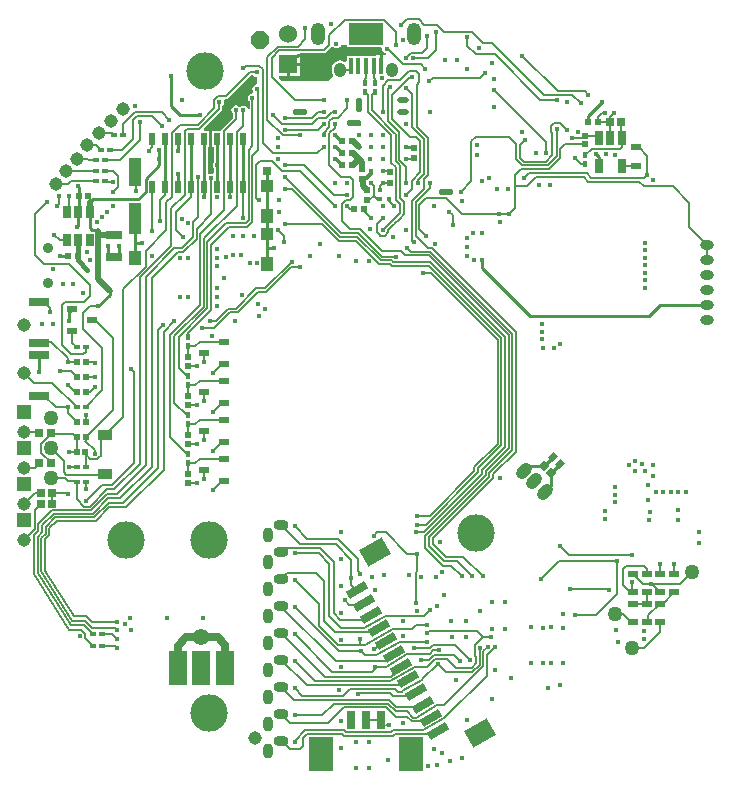
<source format=gbl>
G04 Layer_Physical_Order=4*
G04 Layer_Color=11436288*
%FSAX24Y24*%
%MOIN*%
G70*
G01*
G75*
%ADD10O,0.0500X0.0200*%
%ADD11R,0.0295X0.0276*%
%ADD15C,0.0500*%
%ADD18R,0.0177X0.0197*%
%ADD23R,0.0236X0.0213*%
%ADD24R,0.0177X0.0177*%
%ADD25R,0.0177X0.0177*%
%ADD31R,0.0213X0.0236*%
%ADD36R,0.0360X0.0240*%
%ADD41R,0.0197X0.0177*%
%ADD44R,0.0197X0.0217*%
%ADD45R,0.0197X0.0197*%
G04:AMPARAMS|DCode=52|XSize=55.1mil|YSize=27.6mil|CornerRadius=2.8mil|HoleSize=0mil|Usage=FLASHONLY|Rotation=180.000|XOffset=0mil|YOffset=0mil|HoleType=Round|Shape=RoundedRectangle|*
%AMROUNDEDRECTD52*
21,1,0.0551,0.0220,0,0,180.0*
21,1,0.0496,0.0276,0,0,180.0*
1,1,0.0055,-0.0248,0.0110*
1,1,0.0055,0.0248,0.0110*
1,1,0.0055,0.0248,-0.0110*
1,1,0.0055,-0.0248,-0.0110*
%
%ADD52ROUNDEDRECTD52*%
%ADD64R,0.0217X0.0197*%
%ADD88R,0.0276X0.0256*%
%ADD89C,0.0060*%
%ADD90C,0.0100*%
%ADD92C,0.0200*%
%ADD93C,0.0118*%
%ADD94C,0.0150*%
%ADD95C,0.0250*%
%ADD96C,0.0080*%
%ADD98C,0.1250*%
%ADD99O,0.0450X0.0350*%
G04:AMPARAMS|DCode=100|XSize=40mil|YSize=60mil|CornerRadius=0mil|HoleSize=0mil|Usage=FLASHONLY|Rotation=135.000|XOffset=0mil|YOffset=0mil|HoleType=Round|Shape=Round|*
%AMOVALD100*
21,1,0.0200,0.0400,0.0000,0.0000,225.0*
1,1,0.0400,0.0071,0.0071*
1,1,0.0400,-0.0071,-0.0071*
%
%ADD100OVALD100*%

%ADD101C,0.0450*%
%ADD102C,0.0354*%
%ADD103R,0.0600X0.0600*%
%ADD104C,0.0600*%
%ADD105R,0.0450X0.0450*%
%ADD106P,0.0649X8X22.5*%
%ADD107C,0.0550*%
%ADD108O,0.0500X0.0350*%
%ADD109O,0.0350X0.0500*%
%ADD110O,0.0413X0.0492*%
%ADD111O,0.0472X0.0748*%
%ADD112C,0.0177*%
%ADD113R,0.0276X0.0512*%
%ADD114O,0.0400X0.0200*%
%ADD115R,0.0157X0.0532*%
%ADD116R,0.1142X0.0748*%
%ADD117R,0.0413X0.0941*%
%ADD118R,0.0413X0.0472*%
%ADD119R,0.0413X0.0425*%
%ADD120R,0.0283X0.0307*%
%ADD121R,0.0197X0.0394*%
%ADD122R,0.0256X0.0433*%
%ADD123R,0.0354X0.0236*%
%ADD124R,0.0354X0.0236*%
%ADD125R,0.0669X0.0315*%
%ADD126R,0.0480X0.0358*%
G04:AMPARAMS|DCode=127|XSize=63mil|YSize=86.6mil|CornerRadius=0mil|HoleSize=0mil|Usage=FLASHONLY|Rotation=300.000|XOffset=0mil|YOffset=0mil|HoleType=Round|Shape=Rectangle|*
%AMROTATEDRECTD127*
4,1,4,-0.0533,0.0056,0.0218,0.0489,0.0533,-0.0056,-0.0218,-0.0489,-0.0533,0.0056,0.0*
%
%ADD127ROTATEDRECTD127*%

G04:AMPARAMS|DCode=128|XSize=27.6mil|YSize=70.9mil|CornerRadius=0mil|HoleSize=0mil|Usage=FLASHONLY|Rotation=300.000|XOffset=0mil|YOffset=0mil|HoleType=Round|Shape=Rectangle|*
%AMROTATEDRECTD128*
4,1,4,-0.0376,-0.0058,0.0238,0.0297,0.0376,0.0058,-0.0238,-0.0297,-0.0376,-0.0058,0.0*
%
%ADD128ROTATEDRECTD128*%

%ADD129R,0.0315X0.0630*%
%ADD130R,0.0630X0.1181*%
G04:AMPARAMS|DCode=131|XSize=23.6mil|YSize=21.3mil|CornerRadius=0mil|HoleSize=0mil|Usage=FLASHONLY|Rotation=45.000|XOffset=0mil|YOffset=0mil|HoleType=Round|Shape=Rectangle|*
%AMROTATEDRECTD131*
4,1,4,-0.0008,-0.0159,-0.0159,-0.0008,0.0008,0.0159,0.0159,0.0008,-0.0008,-0.0159,0.0*
%
%ADD131ROTATEDRECTD131*%

G04:AMPARAMS|DCode=132|XSize=25.2mil|YSize=26.8mil|CornerRadius=0mil|HoleSize=0mil|Usage=FLASHONLY|Rotation=45.000|XOffset=0mil|YOffset=0mil|HoleType=Round|Shape=Rectangle|*
%AMROTATEDRECTD132*
4,1,4,0.0006,-0.0184,-0.0184,0.0006,-0.0006,0.0184,0.0184,-0.0006,0.0006,-0.0184,0.0*
%
%ADD132ROTATEDRECTD132*%

%ADD133O,0.0200X0.0500*%
%ADD134R,0.0827X0.1181*%
G36*
X025780Y040155D02*
X025829Y040122D01*
X025887Y040110D01*
Y039863D01*
X025829Y039852D01*
X025780Y039819D01*
X025747Y039770D01*
X025736Y039712D01*
X025747Y039654D01*
X025771Y039618D01*
X025748Y039569D01*
X025741Y039562D01*
X025737Y039563D01*
X025679Y039552D01*
X025630Y039519D01*
X025597Y039470D01*
X025586Y039412D01*
X025597Y039354D01*
X025630Y039305D01*
X025643Y039296D01*
Y039044D01*
X025583Y039038D01*
X025577Y039070D01*
X025544Y039119D01*
X025495Y039152D01*
X025437Y039163D01*
X025379Y039152D01*
X025330Y039119D01*
X025294D01*
X025245Y039152D01*
X025187Y039163D01*
X025129Y039152D01*
X025080Y039119D01*
X025047Y039070D01*
X025036Y039012D01*
X025047Y038954D01*
X025080Y038905D01*
X025093Y038896D01*
Y038759D01*
X024713Y038378D01*
X024692Y038348D01*
X024685Y038312D01*
Y038306D01*
X024404D01*
Y037792D01*
X024448D01*
Y037273D01*
X024423Y037236D01*
X024411Y037178D01*
X024423Y037120D01*
X024448Y037082D01*
Y036918D01*
X024388Y036884D01*
X024345Y036893D01*
X024303Y036884D01*
X024243Y036919D01*
Y037792D01*
X024287D01*
Y038306D01*
X024115D01*
Y038399D01*
X024703Y038987D01*
X024724Y039017D01*
X024731Y039053D01*
Y039146D01*
X024744Y039155D01*
X024777Y039204D01*
X024788Y039262D01*
X024779Y039308D01*
X024811Y039368D01*
X024846D01*
X024881Y039375D01*
X024912Y039395D01*
X025684Y040168D01*
X025771D01*
X025780Y040155D01*
D02*
G37*
G36*
X028897Y041101D02*
X030023D01*
X030061Y041056D01*
X030072Y040998D01*
X030105Y040948D01*
X030154Y040916D01*
X030192Y040908D01*
X030186Y040848D01*
X030089D01*
Y040482D01*
X029989D01*
Y040848D01*
X029861D01*
Y040808D01*
X028877D01*
Y040633D01*
X028817Y040603D01*
X028786Y040627D01*
X028721Y040654D01*
X028652Y040663D01*
X028582Y040654D01*
X028517Y040627D01*
X028461Y040584D01*
X028419Y040528D01*
X028392Y040463D01*
X028383Y040394D01*
Y040315D01*
X028392Y040245D01*
X028419Y040181D01*
X028444Y040147D01*
X028259Y039962D01*
X026719D01*
X026609Y040072D01*
X026632Y040128D01*
X026878D01*
Y040528D01*
X026928D01*
Y040578D01*
X027328D01*
Y040901D01*
X028124D01*
X028160Y040908D01*
X028190Y040928D01*
X028363Y041101D01*
X028390Y041107D01*
X028432Y041106D01*
X028481Y041073D01*
X028539Y041062D01*
X028597Y041073D01*
X028646Y041106D01*
X028679Y041155D01*
X028683Y041174D01*
X028897D01*
Y041101D01*
D02*
G37*
%LPC*%
G36*
X027328Y040478D02*
X026978D01*
Y040128D01*
X027328D01*
Y040478D01*
D02*
G37*
%LPD*%
D10*
X032200Y036272D02*
D03*
X029137Y038562D02*
D03*
X027319Y038949D02*
D03*
D11*
X037650Y038612D02*
D03*
X038024D02*
D03*
D15*
X019028Y028728D02*
D03*
Y027728D02*
D03*
Y026728D02*
D03*
X037837Y022212D02*
D03*
X038387Y021062D02*
D03*
X040387Y023612D02*
D03*
D18*
X036837Y037214D02*
D03*
Y037509D02*
D03*
X029482Y039903D02*
D03*
Y039608D02*
D03*
X029832Y039900D02*
D03*
Y039605D02*
D03*
X023578Y030128D02*
D03*
Y029832D02*
D03*
Y031428D02*
D03*
Y031132D02*
D03*
Y027528D02*
D03*
Y027232D02*
D03*
Y028828D02*
D03*
Y028532D02*
D03*
D23*
Y029491D02*
D03*
Y029169D02*
D03*
Y030791D02*
D03*
Y030468D02*
D03*
Y026891D02*
D03*
Y026569D02*
D03*
Y028191D02*
D03*
Y027868D02*
D03*
X031108Y037733D02*
D03*
Y037410D02*
D03*
X029562Y036012D02*
D03*
Y036335D02*
D03*
D24*
X019615Y036138D02*
D03*
X019300D02*
D03*
X030285Y036038D02*
D03*
X029970D02*
D03*
D25*
X029976Y036036D02*
D03*
Y036351D02*
D03*
D31*
X037248Y038612D02*
D03*
X036926Y038612D02*
D03*
X020269Y036138D02*
D03*
X019946D02*
D03*
X029126Y035701D02*
D03*
X029448D02*
D03*
X019919Y034138D02*
D03*
X019596D02*
D03*
X028732Y037178D02*
D03*
X029055D02*
D03*
X028732Y037965D02*
D03*
X029055D02*
D03*
X028732Y037571D02*
D03*
X029055D02*
D03*
D36*
X038537Y037152D02*
D03*
Y037772D02*
D03*
X038878Y022558D02*
D03*
Y021938D02*
D03*
X039328Y022558D02*
D03*
Y021938D02*
D03*
X038428D02*
D03*
Y022558D02*
D03*
Y023548D02*
D03*
Y022928D02*
D03*
X038878Y023548D02*
D03*
Y022928D02*
D03*
X039328D02*
D03*
Y023548D02*
D03*
X039778Y022928D02*
D03*
Y023548D02*
D03*
D41*
X021130Y038178D02*
D03*
X021425D02*
D03*
X020530Y036628D02*
D03*
X020825D02*
D03*
X020530Y036978D02*
D03*
X020825D02*
D03*
X020530Y037328D02*
D03*
X020825D02*
D03*
X020680Y037678D02*
D03*
X020975D02*
D03*
X020173Y026605D02*
D03*
X019878D02*
D03*
Y027105D02*
D03*
X020173D02*
D03*
X019878Y029105D02*
D03*
X020173D02*
D03*
X020430Y021128D02*
D03*
X020725D02*
D03*
X020432Y021528D02*
D03*
X020728D02*
D03*
X020175Y031105D02*
D03*
X019880D02*
D03*
D44*
X036837Y038159D02*
D03*
Y037864D02*
D03*
D45*
X030309Y036935D02*
D03*
Y036580D02*
D03*
X029385Y037059D02*
D03*
Y036705D02*
D03*
D52*
X021119Y034852D02*
D03*
Y034104D02*
D03*
D64*
X020172Y027605D02*
D03*
X019877D02*
D03*
X020173Y028105D02*
D03*
X019878D02*
D03*
Y028605D02*
D03*
X020173D02*
D03*
X019878Y029605D02*
D03*
X020173D02*
D03*
X019880Y030605D02*
D03*
X020175D02*
D03*
X020173Y030105D02*
D03*
X019878D02*
D03*
D88*
X018637Y028237D02*
D03*
X019011D02*
D03*
X018637Y027237D02*
D03*
X019011D02*
D03*
X018687Y026237D02*
D03*
X019061D02*
D03*
X018687Y025887D02*
D03*
X019061D02*
D03*
D89*
X030170Y022132D02*
G03*
X030065Y022088I000000J-000148D01*
G01*
X025937Y037673D02*
Y039662D01*
X025737Y037473D02*
X025937Y037673D01*
X025908Y039690D02*
X025937Y039662D01*
X026156Y033062D02*
X027043Y033949D01*
X025860Y033062D02*
X026156D01*
X035339Y039337D02*
X035874D01*
X033814Y040862D02*
X035339Y039337D01*
X033187Y040862D02*
X033814D01*
X035924Y039632D02*
X036824D01*
X034735Y040821D02*
X035924Y039632D01*
X028698Y034912D02*
X029268D01*
X026826Y036784D02*
X028698Y034912D01*
X023876Y034722D02*
Y035060D01*
X023422Y034269D02*
X023876Y034722D01*
X023244Y034269D02*
X023422D01*
X023756Y034782D02*
Y035280D01*
X023376Y034402D02*
X023756Y034782D01*
X023130Y034402D02*
X023376D01*
X025979Y037296D02*
X026393D01*
X025862Y037178D02*
X025979Y037296D01*
X025862Y036075D02*
Y037178D01*
X025737Y035288D02*
Y037473D01*
X025737Y037813D02*
Y039412D01*
X025617Y037693D02*
X025737Y037813D01*
X025617Y035338D02*
Y037693D01*
X031055Y035993D02*
X031452Y036390D01*
X031055Y034654D02*
X031107Y034602D01*
X031175Y035943D02*
X031655Y036423D01*
X031055Y034654D02*
Y035993D01*
X031295Y035841D02*
X031515Y036061D01*
X031295Y035041D02*
Y035841D01*
Y035041D02*
X031535Y034801D01*
X036005Y037711D02*
X036158Y037864D01*
X036005Y037411D02*
Y037711D01*
X036158Y037864D02*
X036837D01*
X035574Y037162D02*
X035874Y037462D01*
Y038387D01*
X034685Y037031D02*
X035625D01*
X036005Y037411D01*
X034537Y037362D02*
X034737Y037162D01*
X035574D01*
X034797Y036752D02*
X034956Y036911D01*
X036876D01*
X034885Y036471D02*
X035175Y036761D01*
X036795D01*
X033037Y036638D02*
Y037962D01*
X032684Y036284D02*
X033037Y036638D01*
X027153Y039343D02*
X028106D01*
X026395Y040101D02*
X027153Y039343D01*
X026395Y040101D02*
Y040751D01*
X026639Y040995D01*
X035524Y037587D02*
Y037934D01*
X033794Y039664D02*
X035524Y037934D01*
X033415Y041251D02*
X033717D01*
X033050Y041616D02*
X033415Y041251D01*
X032120Y041616D02*
X033050D01*
X033717Y041251D02*
X035457Y039512D01*
X036837Y037509D02*
X037042Y037715D01*
X030884Y042040D02*
X031275D01*
X031464Y041851D01*
X031885D01*
X032120Y041616D01*
X030695Y041851D02*
X030884Y042040D01*
X030695Y041795D02*
Y041851D01*
X028577Y024722D02*
X029255Y024044D01*
X031655Y036423D02*
Y036591D01*
X026437Y037562D02*
X027900D01*
X026087Y037912D02*
X026437Y037562D01*
X026236Y038693D02*
Y040761D01*
X024779Y035674D02*
Y038312D01*
X025187Y038720D01*
Y039012D01*
X025212Y035827D02*
Y038262D01*
X025437Y038487D01*
Y039012D01*
X031487Y024412D02*
X032087Y023812D01*
X031637Y024462D02*
X032137Y023962D01*
X031757Y024542D02*
X032187Y024112D01*
X032087Y023812D02*
X032367D01*
X032137Y023962D02*
X032567D01*
X032187Y024112D02*
X032767D01*
X027900Y037562D02*
X028106Y037768D01*
X026639Y040995D02*
X028124D01*
X028303Y041508D02*
X028813Y042018D01*
X028124Y040995D02*
X028303Y041174D01*
Y041508D01*
X032767Y024112D02*
X033417Y023462D01*
X032567Y023962D02*
X033067Y023462D01*
X032367Y023812D02*
X032717Y023462D01*
X031888Y019163D02*
X032138D01*
X030884Y018962D02*
X031087Y018759D01*
X030507Y018962D02*
X030884D01*
X030247Y019222D02*
X030507Y018962D01*
X028447Y019222D02*
X030247D01*
X028053Y018828D02*
X028447Y019222D01*
X027152Y018828D02*
X028053D01*
X028777Y019102D02*
X030198D01*
X028257Y018582D02*
X028777Y019102D01*
X026998Y018582D02*
X028257D01*
X030212Y041056D02*
X030252D01*
X026708Y036981D02*
X027318D01*
X026393Y037296D02*
X026708Y036981D01*
X025862Y036075D02*
X025941Y035996D01*
X036321Y023028D02*
X037621D01*
X037637Y023012D01*
X038387Y021062D02*
X038787D01*
X039328Y021602D01*
Y021938D01*
X038087Y022212D02*
X038337Y021962D01*
X037837Y022212D02*
X038087D01*
X038763Y023212D02*
X039037D01*
X039043D02*
X039987D01*
X039037D02*
X039043D01*
X039987D02*
X040387Y023612D01*
X039337Y023557D02*
Y023862D01*
X039328Y023548D02*
X039337Y023557D01*
X039787D02*
Y023862D01*
X039778Y023548D02*
X039787Y023557D01*
X036400Y039512D02*
X036674Y039237D01*
X035457Y039512D02*
X036400D01*
X035956Y023962D02*
X037887D01*
X035371Y023378D02*
X035956Y023962D01*
X027487Y041362D02*
Y041736D01*
X027240Y041115D02*
X027487Y041362D01*
X026589Y041115D02*
X027240D01*
X038937Y022167D02*
X039328Y022558D01*
X038937Y021962D02*
Y022167D01*
X039043Y023212D02*
X039328Y022928D01*
X038428Y023548D02*
X038763Y023212D01*
X038281Y022968D02*
X038387D01*
X038087Y023162D02*
X038281Y022968D01*
X038087Y023162D02*
Y023712D01*
X031362Y019112D02*
X031428Y019178D01*
X030527Y019112D02*
X031362D01*
X030282Y019357D02*
X030527Y019112D01*
X027123Y019357D02*
X030282D01*
X026702Y019778D02*
X027123Y019357D01*
X027338Y024542D02*
X028517D01*
X026702Y025178D02*
X027338Y024542D01*
X028499Y021600D02*
X029736D01*
X028107Y021992D02*
X028499Y021600D01*
X028107Y021992D02*
Y023302D01*
X027951Y024228D02*
X028287Y023892D01*
Y022142D02*
Y023892D01*
Y022142D02*
X028697Y021732D01*
X030741Y019835D02*
X030935Y020030D01*
X027545Y019835D02*
X030741D01*
X030787Y019882D01*
X030359Y020126D02*
X030689Y020456D01*
X028154Y020126D02*
X030359D01*
X030213Y020652D02*
X030443Y020882D01*
X028507Y020652D02*
X030213D01*
X026702Y020678D02*
X027545Y019835D01*
X027818Y019962D02*
X030317D01*
X027152Y020628D02*
X027818Y019962D01*
X026702Y021578D02*
X028154Y020126D01*
X029707Y020282D02*
X029882Y020457D01*
X028398Y020282D02*
X029707D01*
X027152Y021528D02*
X028398Y020282D01*
X030198Y019102D02*
X030527Y018772D01*
X027152Y019728D02*
X027391Y019488D01*
X021087Y029019D02*
Y031412D01*
X020173Y028105D02*
X021087Y029019D01*
X028456Y036193D02*
X028893D01*
X027471Y037178D02*
X028456Y036193D01*
X026826Y037178D02*
X027471D01*
X021537Y025762D02*
X022787Y027012D01*
X020960Y025762D02*
X021537D01*
X020508Y025309D02*
X020960Y025762D01*
X021437Y025912D02*
X022587Y027062D01*
X020941Y025912D02*
X021437D01*
X020458Y025429D02*
X020941Y025912D01*
X021337Y026062D02*
X022387Y027112D01*
X020921Y026062D02*
X021337D01*
X020408Y025549D02*
X020921Y026062D01*
X021237Y026212D02*
X022187Y027162D01*
X020901Y026212D02*
X021237D01*
X020358Y025669D02*
X020901Y026212D01*
X020882Y026362D02*
X021137D01*
X021987Y027212D01*
X020311Y025792D02*
X020882Y026362D01*
X020736Y026512D02*
X021062D01*
X020190Y025965D02*
X020736Y026512D01*
X022387Y033412D02*
X023244Y034269D01*
X022387Y027112D02*
Y033412D01*
X020480Y030105D02*
X020487Y030112D01*
X020173Y030105D02*
X020480D01*
X020330Y029605D02*
X020487Y029762D01*
X020173Y029605D02*
X020330D01*
X020444Y030605D02*
X020487Y030562D01*
X020175Y030605D02*
X020444D01*
X020737Y029669D02*
Y031062D01*
X020082Y031717D02*
X020737Y031062D01*
X020173Y029105D02*
X020737Y029669D01*
X020488Y032011D02*
X021087Y031412D01*
X020394Y032011D02*
X020488D01*
X021437Y033048D02*
X022181Y033792D01*
X021437Y028781D02*
Y033048D01*
X020828Y028171D02*
X021437Y028781D01*
X019687Y030862D02*
X020092D01*
X019382Y031167D02*
X019687Y030862D01*
X020092D02*
X020175Y030945D01*
X021987Y027212D02*
Y033428D01*
X023037Y034478D01*
X022187Y033459D02*
X023130Y034402D01*
X022187Y027162D02*
Y033459D01*
X022587Y027062D02*
Y031678D01*
X022787Y027012D02*
Y031622D01*
X022587Y031678D02*
X022752Y031843D01*
X018463Y023557D02*
X019628Y021678D01*
X018463Y023557D02*
Y024843D01*
X018583Y023594D02*
X019678Y021828D01*
X018583Y023594D02*
Y024793D01*
Y023591D02*
Y023594D01*
X018703Y023631D02*
X019728Y021978D01*
X018703Y023631D02*
Y024743D01*
Y023628D02*
Y023631D01*
X018828Y023660D02*
X019778Y022128D01*
X018828Y023660D02*
Y024699D01*
Y023657D02*
Y023660D01*
X019070Y029912D02*
X019878Y029105D01*
X018443Y029912D02*
X019070D01*
X018128Y030228D02*
X018443Y029912D01*
X023287Y030407D02*
Y031457D01*
Y030407D02*
X023567Y030128D01*
X023137Y029257D02*
Y031477D01*
Y029257D02*
X023567Y028828D01*
X022987Y028107D02*
Y031496D01*
Y028107D02*
X023567Y027528D01*
X022787Y031622D02*
X023126Y031961D01*
X024236Y032406D02*
Y034610D01*
X024356Y032356D02*
Y034500D01*
X025190Y032392D02*
X025860Y033062D01*
X024937Y032392D02*
X025190D01*
X024526Y031981D02*
X024937Y032392D01*
X024307Y031981D02*
X024526D01*
X023913Y035438D02*
Y036784D01*
X023756Y035280D02*
X023913Y035438D01*
X023876Y035060D02*
X024346Y035531D01*
X023996Y034890D02*
X024779Y035674D01*
X024116Y034730D02*
X025212Y035827D01*
X024854Y035229D02*
X025507D01*
X024236Y034610D02*
X024854Y035229D01*
X024964Y035109D02*
X025557D01*
X024356Y034500D02*
X024964Y035109D01*
X023037Y035742D02*
X023480Y036185D01*
X023037Y034478D02*
Y035742D01*
X023187Y035602D02*
X023696Y036111D01*
X023187Y035010D02*
Y035602D01*
Y035010D02*
X023421Y034776D01*
X023696Y036111D02*
Y036449D01*
X023480Y036185D02*
Y038319D01*
X022867Y035942D02*
X023047Y036122D01*
X022867Y035010D02*
Y035942D01*
X022181Y034323D02*
X022867Y035010D01*
X022830Y036175D02*
Y036449D01*
X022653Y035998D02*
X022830Y036175D01*
X022653Y035327D02*
Y035998D01*
X021747Y038680D02*
X021876Y038810D01*
X021747Y038032D02*
Y038680D01*
X021393Y037678D02*
X021747Y038032D01*
X020975Y037678D02*
X021393D01*
X021984Y037999D02*
Y038615D01*
X021313Y037328D02*
X021984Y037999D01*
X020825Y037328D02*
X021313D01*
X022399Y038810D02*
X022732Y038477D01*
X021876Y038810D02*
X022399D01*
X022712Y038930D02*
X022948Y038693D01*
X021826Y038930D02*
X022712D01*
X032297Y035612D02*
X032407Y035502D01*
Y035192D02*
Y035502D01*
X030058Y034122D02*
X030507D01*
X038897Y036852D02*
Y037492D01*
X038617Y037772D02*
X038897Y037492D01*
X038537Y037772D02*
X038617D01*
X038797Y036752D02*
X038897Y036852D01*
X038040Y037135D02*
X038520D01*
X034667Y037842D02*
X034837Y038012D01*
X034667Y037402D02*
Y037842D01*
Y037402D02*
X034777Y037292D01*
X035507D01*
X035717Y037502D01*
X035697Y038492D02*
X035797Y038592D01*
X035987D01*
X036224Y038354D01*
Y038337D02*
Y038354D01*
X028893Y039067D02*
Y039343D01*
X028578Y038752D02*
X028893Y039067D01*
X026236Y040761D02*
X026589Y041115D01*
X028652Y040354D02*
X028972D01*
X026767Y038162D02*
X027318D01*
X028421Y038752D02*
X028578D01*
X028303Y038634D02*
X028421Y038752D01*
X028303Y038457D02*
Y038634D01*
X028106Y038260D02*
X028303Y038457D01*
X028106Y038162D02*
Y038260D01*
X028374Y038949D02*
X028500D01*
X028178Y038752D02*
X028374Y038949D01*
X027909Y038752D02*
X028178D01*
X028500Y038424D02*
Y038556D01*
X028303Y038228D02*
X028500Y038424D01*
X028303Y037178D02*
Y038228D01*
X019578Y036528D02*
X019685Y036635D01*
X020522D01*
X020530Y036628D01*
X036837Y038159D02*
X037213D01*
X038040Y037765D02*
Y038080D01*
X038024Y038096D02*
X038040Y038080D01*
X038024Y038096D02*
Y038612D01*
X037666Y038080D02*
Y038595D01*
X037650Y038612D02*
X037666Y038595D01*
X037248Y038612D02*
X037650D01*
X027909Y038359D02*
X028106Y038556D01*
X026826Y038359D02*
X027909D01*
X033317Y020512D02*
Y021092D01*
X037887Y022862D02*
Y023962D01*
X037187Y022162D02*
X037887Y022862D01*
X036487Y022162D02*
X037187D01*
X035987Y024462D02*
X036287Y024162D01*
X038387D01*
Y022968D02*
X038428Y022928D01*
X038387Y022968D02*
Y023262D01*
X039328Y022558D02*
X039408D01*
X039778Y022928D01*
X038878Y022602D02*
Y022928D01*
X038833Y022558D02*
X038878Y022602D01*
X038428Y022558D02*
X038833D01*
X038087Y023712D02*
X038187Y023812D01*
X038787D01*
X038878Y023721D01*
Y023548D02*
Y023721D01*
X032447Y020842D02*
X032647Y020642D01*
X032032Y020842D02*
X032447D01*
X032030Y020840D02*
X032032Y020842D01*
X031835Y020715D02*
X032223D01*
X031566Y020446D02*
X031835Y020715D01*
X031157Y020446D02*
X031566D01*
X031401Y020031D02*
Y020031D01*
X031907Y020537D01*
Y020542D01*
X030904Y020868D02*
X030924Y020888D01*
X032482Y021187D02*
X032987Y020682D01*
X031770Y021187D02*
X032482D01*
X031555Y021594D02*
X031612Y021652D01*
X033422Y021442D02*
X033677D01*
X033169Y021190D02*
X033422Y021442D01*
X033169Y021190D02*
Y021190D01*
X033143Y021164D02*
X033169Y021190D01*
X031447Y022132D02*
X031657Y022342D01*
X031396Y020016D02*
Y020026D01*
X031401Y020031D01*
X030317Y019961D02*
X031157Y020446D01*
X030486Y018211D02*
X031806D01*
X029374Y022502D02*
X029459Y022587D01*
X028967Y022502D02*
X029374D01*
X028807Y022662D02*
X028967Y022502D01*
X030422Y018147D02*
X030486Y018211D01*
X028791Y018147D02*
X030422D01*
X028727Y018211D02*
X028791Y018147D01*
X027546Y018211D02*
X028727D01*
X030437Y018332D02*
X031433D01*
X031433Y018332D02*
X032134Y018737D01*
X028841Y018267D02*
X030372D01*
X030437Y018332D01*
X031048Y018628D02*
X031496D01*
X030904Y018772D02*
X031048Y018628D01*
X031087Y018759D02*
X031187D01*
X030527Y018772D02*
X030904D01*
X028777Y018331D02*
X028841Y018267D01*
X027497Y018331D02*
X028777D01*
X027152Y017987D02*
X027497Y018331D01*
X027152Y017928D02*
Y017987D01*
X027427Y018092D02*
X027546Y018211D01*
X027427Y017822D02*
Y018092D01*
X027307Y017702D02*
X027427Y017822D01*
X026978Y017702D02*
X027307D01*
X026702Y017978D02*
X026978Y017702D01*
X026702Y018878D02*
X026998Y018582D01*
X030180Y018512D02*
X030287D01*
X031496Y018628D02*
Y018751D01*
X031674D01*
X031187Y018759D02*
X031888Y019163D01*
X029528Y018672D02*
X030020D01*
X029037Y023189D02*
X029213Y023013D01*
X029337Y021182D02*
X029480D01*
X028587D02*
X029337D01*
Y021372D01*
X029817Y020452D02*
X030183D01*
X030904Y020868D01*
X029867Y020838D02*
X030658Y021294D01*
X029481Y020838D02*
X029867D01*
X029347Y020972D02*
X029481Y020838D01*
X026702Y022456D02*
X028507Y020652D01*
X029337Y020962D02*
X029347Y020972D01*
X028618Y020962D02*
X029337D01*
X027152Y022428D02*
X028618Y020962D01*
X029482Y021184D02*
X030412Y021721D01*
X029480Y021182D02*
X029482Y021184D01*
X027947Y021822D02*
X028587Y021182D01*
X027947Y021822D02*
Y022533D01*
X028697Y021732D02*
X029277D01*
X027152Y023328D02*
X027947Y022533D01*
X026702Y023378D02*
X026886Y023562D01*
X027847D01*
X028107Y023302D01*
X029128Y021731D02*
X029448D01*
X029537Y021782D01*
X027152Y024228D02*
X027951D01*
X026702Y024278D02*
X026847Y024422D01*
X027977D01*
X028447Y023952D01*
Y022232D02*
Y023952D01*
Y022232D02*
X028657Y022022D01*
X029566D01*
X029705Y022161D01*
X027558Y024722D02*
X028577D01*
X027152Y025128D02*
X027558Y024722D01*
X028845Y035996D02*
X028992D01*
X028720Y035872D02*
X028845Y035996D01*
X031452Y036390D02*
Y036626D01*
X028992Y035996D02*
X029090Y036095D01*
Y036685D01*
X028992Y036784D02*
X029090Y036685D01*
X028696Y036784D02*
X028992D01*
X028303Y037178D02*
X028696Y036784D01*
X027318Y036981D02*
X028500Y035800D01*
X030840Y040739D02*
X030851D01*
X022181Y033792D02*
Y034323D01*
X023578Y031428D02*
Y031578D01*
X021098Y036272D02*
X021256Y036430D01*
Y036823D01*
X021101Y036978D02*
X021256Y036823D01*
X020825Y036978D02*
X021101D01*
X020826Y036626D02*
X021078D01*
X021425Y038178D02*
Y038528D01*
X026433Y038851D02*
X026728Y038556D01*
X025428Y035426D02*
Y036449D01*
X026728Y038556D02*
X027712D01*
X026826Y038752D02*
X027712D01*
X027712Y038556D02*
X027909Y038752D01*
X020628Y038228D02*
X021080D01*
X020530Y037828D02*
X020680Y037678D01*
X020228Y037828D02*
X020530D01*
X019878Y037378D02*
X020228D01*
X020278Y037328D01*
X020530D01*
X019178Y036528D02*
X019578D01*
X019528Y036978D02*
X020530D01*
X019060Y025669D02*
X020358D01*
X018603Y025212D02*
X019060Y025669D01*
X018603Y024983D02*
Y025212D01*
X019110Y025549D02*
X020408D01*
X018723Y025162D02*
X019110Y025549D01*
X018723Y024933D02*
Y025162D01*
X019159Y025429D02*
X020458D01*
X018843Y025112D02*
X019159Y025429D01*
X018843Y024883D02*
Y025112D01*
X019209Y025309D02*
X020508D01*
X018963Y025063D02*
X019209Y025309D01*
X018963Y024834D02*
Y025063D01*
X018828Y024699D02*
X018963Y024834D01*
X018703Y024743D02*
X018843Y024883D01*
X018583Y024793D02*
X018723Y024933D01*
X018463Y024843D02*
X018603Y024983D01*
X020378Y021928D02*
X021228D01*
X020178Y022128D02*
X020378Y021928D01*
X019778Y022128D02*
X020178D01*
X021172Y021728D02*
X021225Y021675D01*
X020402Y021728D02*
X021172D01*
X020152Y021978D02*
X020402Y021728D01*
X019728Y021978D02*
X020152D01*
X019678Y021828D02*
X020132D01*
X019628Y021678D02*
X020023D01*
X020132Y021828D02*
X020432Y021528D01*
X020151Y021406D02*
X020430Y021128D01*
X020151Y021406D02*
Y021549D01*
X020023Y021678D02*
X020151Y021549D01*
X020728Y021528D02*
X021068D01*
X021218Y021378D01*
X020725Y021128D02*
X021158D01*
X021208Y021078D01*
X020118Y025792D02*
X020311D01*
X019878Y026032D02*
X020118Y025792D01*
X023578Y026569D02*
X023882D01*
X023578Y027868D02*
X023882D01*
X023578Y029169D02*
X023882D01*
X023578Y030468D02*
X023882D01*
X024108Y027999D02*
Y028304D01*
Y026697D02*
Y027002D01*
X019011Y028218D02*
Y028237D01*
X024108Y029297D02*
Y029602D01*
Y030597D02*
Y030902D01*
X024728Y030528D02*
X024778D01*
X024428Y030228D02*
X024728Y030528D01*
Y029228D02*
X024778D01*
X024428Y028928D02*
X024728Y029228D01*
Y027928D02*
X024778D01*
X024428Y027628D02*
X024728Y027928D01*
X024428Y026328D02*
X024728Y026628D01*
X024778D01*
X023976Y027376D02*
X024778D01*
X023832Y027232D02*
X023976Y027376D01*
X023578Y027232D02*
X023832D01*
X023578Y026891D02*
Y027232D01*
X023976Y028678D02*
X024778D01*
X023832Y028534D02*
X023976Y028678D01*
X023578Y028534D02*
X023832D01*
X023578Y028193D02*
Y028534D01*
X023976Y029976D02*
X024778D01*
X023832Y029832D02*
X023976Y029976D01*
X023578Y029832D02*
X023832D01*
X023578Y029491D02*
Y029832D01*
Y030791D02*
Y031132D01*
X023832D01*
X023976Y031276D01*
X024778D01*
X018482Y035539D02*
X018882Y035939D01*
X018482Y034189D02*
Y035539D01*
Y034189D02*
X018782Y033889D01*
X019132Y034839D02*
X019307Y034664D01*
X019558D01*
X020175Y030945D02*
Y031105D01*
X019578Y030605D02*
X019880D01*
X020173Y028605D02*
Y028850D01*
X019877Y027631D02*
Y028087D01*
X019444Y026934D02*
Y027311D01*
X019581Y026628D02*
X019880D01*
X019878Y026032D02*
Y026605D01*
X020173Y027988D02*
Y028105D01*
X019578Y028905D02*
Y029105D01*
Y028905D02*
X019878Y028605D01*
X019578Y029855D02*
X019828Y029605D01*
X019878D01*
X019178Y029105D02*
X019578D01*
X018793Y029489D02*
X019178Y029105D01*
X018628Y029489D02*
X018793D01*
X019628Y027105D02*
X019878D01*
X019628Y027605D02*
X019877D01*
X019328Y030305D02*
X019678D01*
X019878Y030105D01*
X018628Y031258D02*
X018638Y031268D01*
X019724Y031260D02*
Y031637D01*
Y031260D02*
X019880Y031105D01*
X020474Y027537D02*
Y027685D01*
X020172Y027987D02*
X020474Y027685D01*
X018483Y025682D02*
X018687Y025887D01*
X018483Y025033D02*
Y025682D01*
X018128Y025878D02*
X018487Y026237D01*
X019558D02*
X019582Y026213D01*
X019061Y026237D02*
X019558D01*
X019028Y026728D02*
X019481D01*
X019581Y026628D01*
X019444Y026934D02*
X019535Y026843D01*
X020787D01*
X018688Y027587D02*
Y027894D01*
Y027587D02*
X019011Y027263D01*
Y027237D02*
Y027263D01*
X019028Y027728D02*
X019444Y027311D01*
X019011Y028237D02*
Y028263D01*
X020787Y026843D02*
X020828Y026884D01*
X019228Y035819D02*
X019300Y035891D01*
Y036138D01*
X019228Y035819D02*
Y035878D01*
X019608Y035658D02*
Y036130D01*
X019558Y035608D02*
X019608Y035658D01*
X022397Y034972D02*
X022397Y034973D01*
X030862Y036193D02*
X031059Y036390D01*
X029448Y035638D02*
X029681Y035406D01*
X029448Y035638D02*
Y035701D01*
X028893Y035800D02*
X028992Y035701D01*
X029126D01*
X030285Y035983D02*
X030468Y035800D01*
X030074Y036587D02*
X030309D01*
X030285Y035983D02*
Y036038D01*
X030263Y036981D02*
X030309Y036935D01*
X027909Y038949D02*
X028106D01*
X027712Y038752D02*
X027909Y038949D01*
X019061Y025887D02*
Y026237D01*
X018128Y028278D02*
X018597D01*
X018478Y027078D02*
X018637Y027237D01*
X018128Y027078D02*
X018478D01*
X018487Y026237D02*
X018687D01*
X018128Y024678D02*
X018483Y025033D01*
X020175Y027528D02*
X020339Y027363D01*
X020546D01*
X020670Y027487D01*
X020674D01*
Y028018D01*
X020175Y027078D02*
Y027528D01*
X020174Y026387D02*
Y026627D01*
X020175Y026628D01*
X030074Y036981D02*
X030263D01*
X029635Y036012D02*
X029779Y036156D01*
X029582Y036012D02*
X029635D01*
X029681Y036587D02*
X029779Y036489D01*
X029900Y036036D02*
X029976D01*
X029779Y036156D02*
Y036489D01*
Y036156D02*
X029900Y036036D01*
X029385Y036705D02*
X029431Y036659D01*
X019608Y036130D02*
X019615Y036138D01*
X023567Y028828D02*
X023578D01*
X023567Y027528D02*
X023578D01*
X024995Y036115D02*
Y036449D01*
X021425Y038528D02*
X021826Y038930D01*
X023567Y030128D02*
X023578D01*
X025557Y035109D02*
X025737Y035288D01*
X025507Y035229D02*
X025617Y035338D01*
X036685Y037214D02*
X036837D01*
X036487Y037412D02*
X036685Y037214D01*
X037650Y038612D02*
Y038775D01*
X037787Y038912D01*
X033037Y037962D02*
X033187Y038112D01*
X034287D01*
X034537Y037362D02*
Y037862D01*
X034287Y038112D02*
X034537Y037862D01*
X035697Y038262D02*
X035717Y038242D01*
Y037502D02*
Y038242D01*
X035697Y038262D02*
Y038492D01*
X026787Y034612D02*
Y034815D01*
X026590Y035012D02*
X026787Y034815D01*
X020082Y032239D02*
X020311Y032468D01*
X020082Y031717D02*
Y032239D01*
X020311Y032468D02*
X020594D01*
X018782Y033889D02*
X019610D01*
X020337Y033162D01*
Y032812D02*
Y032962D01*
X020137Y032612D02*
X020337Y032812D01*
X019482Y032612D02*
X020137D01*
X019382Y032512D02*
X019482Y032612D01*
X020337Y032812D02*
Y033162D01*
X019382Y031167D02*
Y032512D01*
X018628Y032597D02*
X018802D01*
X018987Y032412D01*
Y032262D02*
Y032412D01*
X027391Y019488D02*
X028763D01*
X028987Y019712D01*
X030503D01*
X030729Y019627D02*
X030737Y019635D01*
X030587Y019627D02*
X030729D01*
X030503Y019712D02*
X030587Y019627D01*
X030737Y019635D02*
X031396Y020016D01*
X031040Y019462D02*
X031181Y019604D01*
X030437Y019462D02*
X031040D01*
X030337Y019562D02*
X030437Y019462D01*
X029287Y019562D02*
X030337D01*
X029261Y019535D02*
X029287Y019562D01*
X033437Y020962D02*
X033587Y021112D01*
X032138Y019163D02*
X033437Y020462D01*
Y020962D01*
X033557Y020832D02*
X033837Y021112D01*
X032134Y018737D02*
X033557Y020160D01*
Y020832D01*
X032223Y020715D02*
X032527Y020412D01*
X033047D01*
X033197Y020562D01*
X031907Y020542D02*
X032187Y020262D01*
X033067D01*
X033317Y020512D01*
X033308Y040081D02*
X033483Y040256D01*
X021844Y036324D02*
Y036937D01*
X022397Y034972D02*
Y036449D01*
X022284Y037654D02*
X022397Y037768D01*
Y038049D01*
X024463Y039334D02*
X024592Y039462D01*
X023480Y038319D02*
X023545Y038384D01*
X023047Y038256D02*
X023306Y038514D01*
X023047Y036122D02*
Y038256D01*
X018688Y027894D02*
X019011Y028218D01*
X019746D01*
X019877Y028087D01*
X036824Y039632D02*
X036935Y039521D01*
X033950Y035549D02*
X034304D01*
X034495Y035740D01*
Y036841D02*
X034685Y037031D01*
X032717Y035549D02*
X033950D01*
X040887Y034012D02*
Y034512D01*
X040295Y035104D02*
X040887Y034512D01*
X040295Y035104D02*
Y035911D01*
X039745Y036461D02*
X040295Y035911D01*
X038785Y036461D02*
X039745D01*
X038625Y036621D02*
X038785Y036461D01*
X036876Y036911D02*
X037035Y036752D01*
X038797D01*
X036935Y036621D02*
X037135D01*
X036795Y036761D02*
X036935Y036621D01*
X038625D01*
X034495Y036471D02*
X034885D01*
X034495Y035740D02*
Y036471D01*
Y036841D01*
X023306Y038514D02*
X023908D01*
X024463Y039070D01*
Y039334D01*
X023545Y038384D02*
X023968D01*
X024637Y039053D01*
Y039262D01*
X024592Y039462D02*
X024846D01*
X025646Y040262D01*
X025887D01*
X024346Y035531D02*
Y036741D01*
X025215Y039421D02*
X025455D01*
X024345Y038551D02*
X025215Y039421D01*
X024345Y037001D02*
Y038551D01*
X029777Y024812D02*
X029896Y024931D01*
X030175D01*
X030894Y024212D01*
X031237D01*
X031175Y022593D02*
X031196Y022571D01*
X031634Y039974D02*
X031740Y040081D01*
X033308D01*
X032905Y041144D02*
Y041431D01*
Y041144D02*
X033187Y040862D01*
X030525Y041181D02*
X030527Y041183D01*
X028813Y042018D02*
X030125D01*
X028517Y024542D02*
X029037Y024022D01*
Y023189D02*
Y024022D01*
X029255Y023639D02*
X029335Y023559D01*
X029255Y023639D02*
Y024044D01*
X031347Y020682D02*
X031627D01*
X031785Y020840D01*
X032030D01*
X031767Y021013D02*
X031775D01*
X031642Y020888D02*
X031767Y021013D01*
X030924Y020888D02*
X031642D01*
X031767Y021013D02*
X031959D01*
X030658Y021294D02*
X031562D01*
X029268Y034912D02*
X030058Y034122D01*
X031637Y024462D02*
Y024793D01*
X031487Y024412D02*
Y024813D01*
X031197Y024942D02*
X031446D01*
X031757Y024542D02*
Y024743D01*
X031217Y025192D02*
X031526D01*
X031207Y025482D02*
X031646D01*
X033131Y026967D01*
Y027096D01*
X031526Y025192D02*
X033266Y026933D01*
Y027061D01*
X031446Y024942D02*
X033386Y026883D01*
Y027011D01*
X031487Y024813D02*
X033515Y026841D01*
Y026970D01*
X031637Y024793D02*
X033635Y026791D01*
Y026920D01*
X031757Y024743D02*
X033765Y026751D01*
Y026870D01*
X034515Y027620D01*
X033635Y026920D02*
X034395Y027680D01*
X033515Y026970D02*
X034275Y027730D01*
X033386Y027011D02*
X034155Y027780D01*
X033131Y027096D02*
X033915Y027880D01*
X033266Y027061D02*
X034035Y027830D01*
X030877Y034422D02*
X031017Y034282D01*
X034515Y027620D02*
Y031601D01*
X031017Y034282D02*
X031665D01*
X034395Y031552D01*
Y027680D02*
Y031552D01*
X030817Y034162D02*
X031615D01*
X034275Y031502D01*
Y027730D02*
Y031502D01*
X031666Y033941D02*
X034155Y031452D01*
Y027780D02*
Y031452D01*
X031616Y033821D02*
X034035Y031402D01*
Y027830D02*
Y031402D01*
X031417Y033592D02*
X031676D01*
X033915Y031353D01*
Y027880D02*
Y031353D01*
X031175Y034811D02*
Y035943D01*
X030008Y034002D02*
X030374D01*
X030435Y033941D01*
X031666D01*
X029958Y033882D02*
X030325D01*
X030385Y033821D01*
X030465D01*
X030385D02*
X031616D01*
X025435Y040411D02*
X025515Y040491D01*
X025957D01*
X026087Y040361D01*
Y037912D02*
Y040361D01*
X030652Y039998D02*
X030962Y040308D01*
X030272Y039998D02*
X030652D01*
X030981Y040101D02*
X031065D01*
X031495Y040381D02*
Y040383D01*
X031340Y040537D02*
X031495Y040381D01*
X030770Y040537D02*
X031340D01*
X030252Y041056D02*
X030770Y040537D01*
X031098Y040741D02*
X031574D01*
X031846Y041012D01*
Y041626D01*
X031547Y041093D02*
Y041492D01*
X030851Y040739D02*
X031033Y040921D01*
X031375D01*
X031547Y041093D01*
X018638Y031268D02*
X019038D01*
X019578Y030729D01*
Y030605D02*
Y030729D01*
X021062Y026512D02*
X021785Y027235D01*
Y030264D01*
X021687Y030362D02*
X021785Y030264D01*
X033143Y020823D02*
Y021164D01*
Y020823D02*
X033197Y020769D01*
Y020562D02*
Y020769D01*
X031137Y021062D02*
X031645D01*
X031770Y021187D01*
X030669Y022132D02*
X030672Y022135D01*
X030816D01*
X030818Y022132D01*
X031447D01*
X029775Y021053D02*
X030197Y021309D01*
X029736Y021600D02*
Y021735D01*
X029951D01*
X030170Y022132D02*
X030245D01*
X029451Y021734D02*
X030065Y022088D01*
X030126Y022124D01*
X030170Y022132D02*
X030669D01*
X030412Y021721D02*
X031064D01*
X031176Y021832D01*
X031547D01*
X031237Y023653D02*
Y024212D01*
X031175Y023591D02*
X031237Y023653D01*
X031175Y022593D02*
Y023591D01*
X037042Y037715D02*
X037990D01*
X038040Y037765D01*
X036374Y038063D02*
X036635D01*
X036759Y038081D02*
X036837Y038159D01*
X036653Y038081D02*
X036759D01*
X036635Y038063D02*
X036653Y038081D01*
X037248Y038612D02*
Y038785D01*
X037376Y038912D01*
X037487D01*
X031452Y036390D02*
Y036709D01*
X031256Y036587D02*
Y036682D01*
X031059Y036390D02*
Y036655D01*
X030862Y036587D02*
Y037126D01*
X031175Y034811D02*
X031584Y034402D01*
X031714D01*
X034515Y031601D01*
X029234Y034776D02*
X030008Y034002D01*
X029184Y034656D02*
X029958Y033882D01*
X026826Y036390D02*
X027050D01*
X028665Y034776D01*
X029234D01*
X026826Y035209D02*
X028062D01*
X028615Y034656D01*
X029184D01*
X028720Y035304D02*
Y035872D01*
Y035304D02*
X028992Y035032D01*
X029317D01*
X030046Y034304D01*
X030675D01*
X030817Y034162D01*
X031515Y036061D02*
X032205D01*
X032717Y035549D01*
X030639Y037349D02*
Y038273D01*
Y037349D02*
X030862Y037126D01*
X031256Y036682D02*
X031454Y036881D01*
X031452Y036709D02*
X031574Y036831D01*
X030074Y039801D02*
X030272Y039998D01*
X030271Y039728D02*
X030335Y039791D01*
X030271Y038641D02*
X030639Y038273D01*
X030391Y039512D02*
X030981Y040101D01*
X030074Y038949D02*
Y039801D01*
X030271Y038641D02*
Y039728D01*
X030391Y038711D02*
Y039512D01*
X030862Y039737D02*
X031059Y039540D01*
Y038437D02*
Y039540D01*
Y038437D02*
X031454Y038042D01*
Y036881D02*
Y038042D01*
X030391Y038711D02*
X030980Y038122D01*
X031177D01*
X030962Y040308D02*
X031205D01*
X031295Y040218D01*
Y039933D02*
Y040218D01*
X031216Y039855D02*
X031295Y039933D01*
X031216Y038450D02*
Y039855D01*
Y038450D02*
X031574Y038092D01*
Y036831D02*
Y038092D01*
X031177Y038122D02*
X031334Y037965D01*
X031059Y036655D02*
X031334Y036930D01*
Y037965D01*
X030525Y041181D02*
Y041618D01*
X030125Y042018D02*
X030525Y041618D01*
X026236Y038693D02*
X026767Y038162D01*
X025240Y032272D02*
X025910Y032942D01*
X022987Y031496D02*
X023996Y032505D01*
Y034890D01*
X023137Y031477D02*
X024116Y032455D01*
Y034730D01*
X023287Y031457D02*
X024236Y032406D01*
X023578Y031578D02*
X024356Y032356D01*
X024459Y031744D02*
X024987Y032272D01*
X025240D01*
X024051Y031744D02*
X024459D01*
X025910Y032942D02*
X026205D01*
X027035Y033772D01*
X027338D01*
X031612Y021652D02*
X033212D01*
X033422Y021442D01*
D90*
X035478Y026278D02*
X035697Y026497D01*
Y026915D01*
X035989Y027206D02*
Y027223D01*
X035697Y026915D02*
X035989Y027206D01*
X027248Y040848D02*
X027328D01*
X026928Y040528D02*
X027248Y040848D01*
X036926Y038800D02*
X037387Y039262D01*
X036926Y038612D02*
Y038800D01*
X026219Y034402D02*
Y034894D01*
Y033866D02*
Y034402D01*
X026472D01*
X026219Y036494D02*
Y036994D01*
Y035466D02*
Y036494D01*
Y035394D02*
Y035466D01*
Y034894D02*
Y035394D01*
X019946Y036138D02*
Y036453D01*
X019937Y036462D02*
X019946Y036453D01*
X028500Y038162D02*
X028696Y037965D01*
X028500Y037768D02*
X028535D01*
X020938Y034128D02*
Y034478D01*
X021288Y034104D02*
Y034478D01*
X020594Y032468D02*
X020974Y032848D01*
X020387Y035012D02*
X020547D01*
X020306Y035093D02*
X020387Y035012D01*
X020306Y035093D02*
Y035608D01*
X020938Y034128D02*
X020962Y034104D01*
X021288D01*
X018628Y030278D02*
Y030828D01*
X019632Y031989D02*
Y032293D01*
X019724Y032385D01*
X019028Y028728D02*
Y028729D01*
X019326Y034146D02*
X019335Y034138D01*
X019596D01*
X019878Y035111D02*
X019932Y035165D01*
Y035608D01*
X019878Y035111D02*
Y035150D01*
X019946Y035622D02*
Y036138D01*
X024562Y036449D02*
Y038049D01*
X026216Y036997D02*
X026219Y036994D01*
X023696Y036449D02*
Y038049D01*
X035452Y027160D02*
X035469D01*
X034959D02*
X035452D01*
X035469D02*
X035760Y027451D01*
X020974Y032848D02*
Y032987D01*
X022828Y036568D02*
X022830Y038049D01*
X024129Y036449D02*
Y038049D01*
X024995Y036449D02*
Y038049D01*
X025428Y036449D02*
Y038049D01*
X030907Y037772D02*
X031167D01*
X028696Y037965D02*
X028732D01*
X028535Y037374D02*
X028732Y037178D01*
X028535Y037768D02*
X028732Y037571D01*
X029055D02*
X029090D01*
X029055Y037178D02*
X029090D01*
X029055Y037965D02*
X029090D01*
X028500Y037374D02*
X028535D01*
X024128Y036105D02*
Y036448D01*
X023263Y037642D02*
Y038049D01*
Y036449D02*
Y036863D01*
X021836Y036945D02*
X021844Y036937D01*
X021836Y034594D02*
X022054D01*
X021836Y034091D02*
Y034594D01*
Y035345D01*
X020406Y036054D02*
X021934D01*
X022174Y036294D01*
X020306Y035954D02*
X020406Y036054D01*
X022174Y036294D02*
Y036724D01*
X023034Y039144D02*
Y040154D01*
Y039144D02*
X023324Y038854D01*
X023984D01*
X022174Y036724D02*
X022614Y037164D01*
Y037394D02*
Y037504D01*
Y037164D02*
Y037394D01*
Y037694D01*
X039336Y032512D02*
X040887D01*
X038965Y032141D02*
X039336Y032512D01*
X033387Y033729D02*
Y034012D01*
Y033729D02*
X034975Y032141D01*
X038965D01*
X037292Y037135D02*
Y037433D01*
X037192Y037533D02*
X037292Y037433D01*
D92*
X020618Y034852D02*
X021119D01*
X029090Y037965D02*
X029287Y037768D01*
X020594Y033367D02*
Y034965D01*
Y033367D02*
X020974Y032987D01*
X029090Y037571D02*
X029287Y037374D01*
X029090Y037178D02*
X029287Y037374D01*
X029431Y036486D02*
X029572Y036345D01*
X029431Y036486D02*
Y036659D01*
X029385Y037059D02*
Y037276D01*
X029287Y037374D02*
X029385Y037276D01*
X020306Y035608D02*
Y035954D01*
D93*
X029681Y036882D02*
Y036981D01*
X029504Y036705D02*
X029681Y036882D01*
X029385Y036705D02*
X029504D01*
D94*
X019919Y034002D02*
X020232Y033689D01*
X019919Y034002D02*
Y034138D01*
X019932Y034151D02*
Y034664D01*
D95*
X023240Y020403D02*
Y021140D01*
X023528Y021428D01*
X024028D01*
X024815Y020403D02*
Y021190D01*
X024578Y021428D02*
X024815Y021190D01*
X024028Y021428D02*
X024578D01*
D96*
X030648Y036078D02*
Y037157D01*
X030469Y035208D02*
X030469D01*
X030263Y035003D02*
X030469Y035208D01*
X030263Y034934D02*
Y035003D01*
X030153Y034824D02*
X030263Y034934D01*
X029878Y035209D02*
X030074Y035406D01*
X029878Y034942D02*
Y035209D01*
Y034942D02*
X029990Y034830D01*
X029990D01*
X029996Y034824D01*
X030153D01*
X030469Y035208D02*
X030648Y035388D01*
X030428Y035167D02*
X030469Y035208D01*
X030648Y035388D02*
X030792Y035531D01*
X030648Y035388D02*
Y035388D01*
X030074Y035012D02*
X030652Y035589D01*
X030508Y036020D02*
X030652Y035876D01*
Y035589D02*
Y035876D01*
X030648Y036078D02*
X030792Y035934D01*
Y035531D02*
Y035934D01*
X030507Y036439D02*
X030508Y036439D01*
X030507Y036439D02*
Y036440D01*
X030468Y038260D02*
X030509Y038219D01*
X029976Y036351D02*
Y036488D01*
X030074Y036587D01*
X029482Y039608D02*
X029582Y039508D01*
Y038948D02*
Y039508D01*
X030468Y038260D02*
Y038260D01*
X029722Y039495D02*
X029832Y039605D01*
X029722Y039006D02*
Y039495D01*
X029832Y039900D02*
Y040039D01*
X029783Y040088D02*
X029832Y040039D01*
X029482Y040041D02*
X029528Y040086D01*
X029482Y039903D02*
Y040041D01*
X029528Y040086D02*
Y040482D01*
X029783Y040088D02*
Y040482D01*
X030369Y037237D02*
Y038161D01*
Y037237D02*
X030508Y037099D01*
Y036020D02*
Y037099D01*
X030606Y037198D02*
X030648Y037157D01*
X030606Y037198D02*
Y037198D01*
X030509Y037295D02*
X030606Y037198D01*
X030509Y037295D02*
Y038219D01*
X030897Y037370D02*
X031157D01*
X029582Y038948D02*
X030369Y038161D01*
X029722Y039006D02*
X030468Y038260D01*
D98*
X024169Y040327D02*
D03*
X033187Y024912D02*
D03*
X024287Y018912D02*
D03*
X021537Y024662D02*
D03*
X024287D02*
D03*
D99*
X040887Y034012D02*
D03*
Y034512D02*
D03*
Y032012D02*
D03*
Y032512D02*
D03*
Y033012D02*
D03*
Y033512D02*
D03*
D100*
X035478Y026278D02*
D03*
X035128Y026628D02*
D03*
X034778Y026978D02*
D03*
D101*
X019528Y036978D02*
D03*
X018128Y031828D02*
D03*
Y030228D02*
D03*
Y024678D02*
D03*
Y025878D02*
D03*
Y027078D02*
D03*
Y028278D02*
D03*
X025828Y018078D02*
D03*
X021028Y038628D02*
D03*
X021428Y039028D02*
D03*
X020628Y038228D02*
D03*
X020228Y037828D02*
D03*
X019878Y037378D02*
D03*
X019178Y036528D02*
D03*
D102*
X018928Y033237D02*
D03*
Y034418D02*
D03*
D103*
X026928Y040528D02*
D03*
D104*
X026928Y041528D02*
D03*
D105*
X018128Y025328D02*
D03*
Y026528D02*
D03*
Y027728D02*
D03*
Y028928D02*
D03*
D106*
X025978Y041328D02*
D03*
D107*
X024028Y020678D02*
D03*
Y021428D02*
D03*
D108*
X026702Y024278D02*
D03*
Y022478D02*
D03*
Y021578D02*
D03*
Y019778D02*
D03*
Y017978D02*
D03*
X026702Y023378D02*
D03*
X026702Y018878D02*
D03*
Y020678D02*
D03*
Y025178D02*
D03*
D109*
X026252Y017628D02*
D03*
Y023928D02*
D03*
Y023028D02*
D03*
Y022128D02*
D03*
Y021228D02*
D03*
Y020328D02*
D03*
Y019428D02*
D03*
Y018528D02*
D03*
Y024828D02*
D03*
D110*
X030404Y040354D02*
D03*
X028652D02*
D03*
D111*
X031132Y041536D02*
D03*
X027923D02*
D03*
D112*
X024855Y034111D02*
D03*
X037535Y037541D02*
D03*
X037825Y037521D02*
D03*
X029261Y019535D02*
D03*
X030695Y041851D02*
D03*
X027485Y041741D02*
D03*
X020315Y034001D02*
D03*
X031655Y036591D02*
D03*
X038795Y021634D02*
D03*
X030335Y039791D02*
D03*
X025887Y040262D02*
D03*
X025737Y039412D02*
D03*
X025887Y039712D02*
D03*
X025187Y039012D02*
D03*
X025437D02*
D03*
X024637Y039262D02*
D03*
X023387Y039356D02*
D03*
X029287Y038556D02*
D03*
X031987Y024612D02*
D03*
X037387Y039262D02*
D03*
X035387Y031862D02*
D03*
Y031612D02*
D03*
Y031362D02*
D03*
X035437Y031062D02*
D03*
X035787D02*
D03*
X035987Y031212D02*
D03*
X039087Y027162D02*
D03*
X038737Y027212D02*
D03*
X038487Y027312D02*
D03*
X038287Y027162D02*
D03*
X038487Y026962D02*
D03*
X038837D02*
D03*
X039087Y026812D02*
D03*
X038937Y026512D02*
D03*
Y026012D02*
D03*
X039187Y026262D02*
D03*
X039437D02*
D03*
X039687D02*
D03*
X039937D02*
D03*
X040187D02*
D03*
X039087Y036662D02*
D03*
X032887Y034736D02*
D03*
X033387Y034912D02*
D03*
X033087D02*
D03*
X032887Y034428D02*
D03*
Y034148D02*
D03*
X033137Y034012D02*
D03*
X033987Y035262D02*
D03*
X033950Y035549D02*
D03*
X034304D02*
D03*
X038824Y033087D02*
D03*
Y033337D02*
D03*
X026590Y037374D02*
D03*
X026472Y034402D02*
D03*
X026590Y037768D02*
D03*
X026610Y035996D02*
D03*
X025941D02*
D03*
X029287Y039343D02*
D03*
X027319Y038949D02*
D03*
X040621Y024928D02*
D03*
X036321Y023028D02*
D03*
X039337Y023862D02*
D03*
X039787D02*
D03*
X021687Y030362D02*
D03*
X020487Y030112D02*
D03*
Y029762D02*
D03*
Y030562D02*
D03*
X031797Y035802D02*
D03*
X033977Y026732D02*
D03*
X031817Y034552D02*
D03*
X032297Y035612D02*
D03*
X032407Y035192D02*
D03*
X031107Y034602D02*
D03*
X030877Y034422D02*
D03*
X030507Y034122D02*
D03*
X033417Y023462D02*
D03*
X033067D02*
D03*
X032717D02*
D03*
X031217Y025192D02*
D03*
X031197Y024942D02*
D03*
X031237Y024212D02*
D03*
X032057Y023622D02*
D03*
X031858Y023460D02*
D03*
X032107Y022832D02*
D03*
X031900Y022475D02*
D03*
X029777Y024812D02*
D03*
X038897Y036852D02*
D03*
X034797Y036752D02*
D03*
X034837Y038012D02*
D03*
X035291Y036499D02*
D03*
X035645D02*
D03*
X030057Y040072D02*
D03*
X031547Y041492D02*
D03*
X028347Y041872D02*
D03*
X031846Y041626D02*
D03*
X030212Y041056D02*
D03*
X036374Y038063D02*
D03*
X028893Y039343D02*
D03*
X032200Y036272D02*
D03*
X028539Y041213D02*
D03*
X019937Y036462D02*
D03*
X028106Y038162D02*
D03*
X028500Y038162D02*
D03*
X028106Y038556D02*
D03*
X028500Y037768D02*
D03*
X033837Y021112D02*
D03*
X033587D02*
D03*
X031256Y036587D02*
D03*
X037637Y023012D02*
D03*
X036487Y022162D02*
D03*
X037887Y023962D02*
D03*
X035371Y023378D02*
D03*
X035987Y024462D02*
D03*
X038387Y024162D02*
D03*
X040621Y024578D02*
D03*
X038987Y025612D02*
D03*
X038971Y025328D02*
D03*
X039921Y025678D02*
D03*
Y025328D02*
D03*
X035687Y021762D02*
D03*
X036087Y021756D02*
D03*
X035037Y021762D02*
D03*
X035437Y021756D02*
D03*
Y020562D02*
D03*
X035037Y020568D02*
D03*
X035687D02*
D03*
X036087Y020562D02*
D03*
X036074Y022225D02*
D03*
X037921Y021278D02*
D03*
X037853Y021678D02*
D03*
X038787Y021372D02*
D03*
X038387Y023262D02*
D03*
X039037Y023212D02*
D03*
X031347Y020682D02*
D03*
X031907Y020542D02*
D03*
X031959Y021013D02*
D03*
X031555Y021584D02*
D03*
X031547Y021832D02*
D03*
X031657Y022342D02*
D03*
X032647Y020642D02*
D03*
X032987Y020682D02*
D03*
X031137Y021062D02*
D03*
X033317Y021092D02*
D03*
X031587Y017142D02*
D03*
X031780Y017719D02*
D03*
X030747Y018572D02*
D03*
X029612Y017943D02*
D03*
X029199Y017931D02*
D03*
X030287Y018512D02*
D03*
X029047Y018822D02*
D03*
X028807Y022662D02*
D03*
X029337Y021372D02*
D03*
X035988Y019832D02*
D03*
X035588Y019742D02*
D03*
X033816Y020341D02*
D03*
X033737Y019372D02*
D03*
X028627Y019662D02*
D03*
X029817Y020452D02*
D03*
X033677Y021442D02*
D03*
X029347Y020972D02*
D03*
X028675Y020455D02*
D03*
X030108Y023510D02*
D03*
X029708Y023437D02*
D03*
X030958Y023498D02*
D03*
X031358Y023460D02*
D03*
X031196Y022571D02*
D03*
X033736Y022611D02*
D03*
X034149Y022599D02*
D03*
Y021717D02*
D03*
X033736Y021705D02*
D03*
X033317Y022310D02*
D03*
X031217Y022314D02*
D03*
X030742Y021470D02*
D03*
X034372Y020078D02*
D03*
X032889Y018694D02*
D03*
X032728Y017418D02*
D03*
X032328Y017326D02*
D03*
X032373Y021454D02*
D03*
X032870D02*
D03*
X032867Y021981D02*
D03*
X032358Y021973D02*
D03*
X030744Y021961D02*
D03*
X030244Y017343D02*
D03*
X029199Y017089D02*
D03*
X029612Y017077D02*
D03*
X032731Y035978D02*
D03*
X034255Y036369D02*
D03*
X033900D02*
D03*
X033635Y036749D02*
D03*
X027318Y038162D02*
D03*
X026610Y035603D02*
D03*
X029287Y038162D02*
D03*
Y037768D02*
D03*
X031098Y040741D02*
D03*
X030840Y040739D02*
D03*
X028616Y034146D02*
D03*
X022948Y038693D02*
D03*
X022732Y038477D02*
D03*
X022653Y035327D02*
D03*
X023913Y036784D02*
D03*
X027338Y033772D02*
D03*
X025924Y032537D02*
D03*
X024051Y031744D02*
D03*
X023126Y031961D02*
D03*
X022752Y031843D02*
D03*
X027043Y033949D02*
D03*
X025165Y031978D02*
D03*
X024307Y031981D02*
D03*
X027667Y034146D02*
D03*
X020938Y034478D02*
D03*
X021288D02*
D03*
X020547Y035268D02*
D03*
X020724Y035445D02*
D03*
X020901Y035622D02*
D03*
X021078Y035800D02*
D03*
X021098Y036272D02*
D03*
X019759Y033209D02*
D03*
X020087Y032912D02*
D03*
X021984Y038615D02*
D03*
X021078Y036626D02*
D03*
X026433Y038851D02*
D03*
X025094Y034185D02*
D03*
X025349Y034162D02*
D03*
X018882Y035939D02*
D03*
X026826Y038752D02*
D03*
Y038359D02*
D03*
X021228Y021928D02*
D03*
X019978Y021478D02*
D03*
X018628Y030278D02*
D03*
X019078Y031878D02*
D03*
X018728D02*
D03*
X021208Y021078D02*
D03*
X021218Y021378D02*
D03*
X021225Y021675D02*
D03*
X023882Y026569D02*
D03*
Y027868D02*
D03*
Y029169D02*
D03*
Y030468D02*
D03*
X024108Y027999D02*
D03*
Y026697D02*
D03*
Y029297D02*
D03*
Y030597D02*
D03*
X024428Y030228D02*
D03*
Y028928D02*
D03*
Y027628D02*
D03*
Y026328D02*
D03*
X020190Y025965D02*
D03*
X019132Y034839D02*
D03*
X019632Y031989D02*
D03*
X020232Y033689D02*
D03*
Y034267D02*
D03*
X019578Y030605D02*
D03*
X020173Y028850D02*
D03*
X019578Y029855D02*
D03*
Y029105D02*
D03*
X019628Y027105D02*
D03*
Y027605D02*
D03*
X019328Y030305D02*
D03*
X019582Y026213D02*
D03*
X019028Y028729D02*
D03*
X019228Y035819D02*
D03*
X019326Y034146D02*
D03*
X019878Y035111D02*
D03*
X026826Y036390D02*
D03*
Y037178D02*
D03*
X024563D02*
D03*
X022397Y034973D02*
D03*
X026826Y035209D02*
D03*
X028500Y035800D02*
D03*
X025429Y035406D02*
D03*
X024779Y033418D02*
D03*
X026590Y035012D02*
D03*
X037824Y026437D02*
D03*
Y026187D02*
D03*
Y025937D02*
D03*
X037474Y025637D02*
D03*
Y025387D02*
D03*
X035524Y037587D02*
D03*
X035174Y037589D02*
D03*
X036574Y038287D02*
D03*
X036224Y038337D02*
D03*
X035874Y038387D02*
D03*
Y039337D02*
D03*
X036674Y039237D02*
D03*
X036224Y039287D02*
D03*
X034715Y038276D02*
D03*
X030862Y039737D02*
D03*
Y038949D02*
D03*
X030074Y035406D02*
D03*
X028893Y035800D02*
D03*
X029681Y035406D02*
D03*
X030074Y035012D02*
D03*
X030468Y035800D02*
D03*
X030862Y036193D02*
D03*
X030074Y035800D02*
D03*
X029665Y035028D02*
D03*
X030862Y035012D02*
D03*
Y036587D02*
D03*
X028500Y038556D02*
D03*
Y038949D02*
D03*
X028106Y039343D02*
D03*
X026826Y036784D02*
D03*
X028106Y037768D02*
D03*
X025874Y033916D02*
D03*
X024567Y032492D02*
D03*
X025645Y033916D02*
D03*
X024567Y032778D02*
D03*
X030862Y037768D02*
D03*
Y038556D02*
D03*
Y039343D02*
D03*
X028106Y038949D02*
D03*
X028893Y036193D02*
D03*
X030074Y038162D02*
D03*
X029681D02*
D03*
X025374Y032837D02*
D03*
X026148Y032387D02*
D03*
X020474Y027537D02*
D03*
X020174Y026387D02*
D03*
X020594Y032468D02*
D03*
X020974Y032987D02*
D03*
X023324Y032770D02*
D03*
X023574D02*
D03*
X024567Y033063D02*
D03*
X023574Y034087D02*
D03*
X030074Y036981D02*
D03*
X027978Y034528D02*
D03*
X030439Y034789D02*
D03*
X027152Y017928D02*
D03*
X028675Y017755D02*
D03*
X027152Y018828D02*
D03*
X028675Y018655D02*
D03*
X027152Y019728D02*
D03*
Y020628D02*
D03*
Y021528D02*
D03*
X028675Y021355D02*
D03*
X027152Y022428D02*
D03*
X028675Y022255D02*
D03*
X027152Y023328D02*
D03*
X028675Y023155D02*
D03*
X027152Y024228D02*
D03*
X028675Y024055D02*
D03*
X028675Y024955D02*
D03*
X027152Y025128D02*
D03*
X038824Y034587D02*
D03*
Y034337D02*
D03*
Y034087D02*
D03*
Y033837D02*
D03*
Y033587D02*
D03*
X030074Y036587D02*
D03*
X029681Y036981D02*
D03*
X029681Y036587D02*
D03*
X033302Y041084D02*
D03*
X030074Y037374D02*
D03*
X029287D02*
D03*
X030094Y037768D02*
D03*
X029661Y037374D02*
D03*
X029681Y037768D02*
D03*
X028500Y036587D02*
D03*
Y037374D02*
D03*
X028893Y036587D02*
D03*
X022378Y034128D02*
D03*
X032554Y040661D02*
D03*
X032161D02*
D03*
X031649Y038949D02*
D03*
X024128Y036105D02*
D03*
X023263Y037642D02*
D03*
Y036863D02*
D03*
X021678Y021675D02*
D03*
X023324Y034087D02*
D03*
X024995Y036115D02*
D03*
X024563Y036095D02*
D03*
X024567Y034380D02*
D03*
Y033808D02*
D03*
Y034094D02*
D03*
X023421Y034776D02*
D03*
X023378Y035378D02*
D03*
X023578Y035248D02*
D03*
X021828Y039128D02*
D03*
X036487Y037412D02*
D03*
X037487Y038912D02*
D03*
X037787D02*
D03*
X026787Y034612D02*
D03*
X025787Y034812D02*
D03*
X025437D02*
D03*
X025087D02*
D03*
X019437Y033212D02*
D03*
X018987Y032262D02*
D03*
X032537Y020012D02*
D03*
X033794Y039664D02*
D03*
X033374Y036654D02*
D03*
X033794Y039104D02*
D03*
X033483Y040256D02*
D03*
X033774Y040044D02*
D03*
X033214Y037854D02*
D03*
Y037504D02*
D03*
X032684Y036284D02*
D03*
X031634Y039974D02*
D03*
X021844Y036324D02*
D03*
X022054Y034594D02*
D03*
X022284Y037654D02*
D03*
X024381Y031477D02*
D03*
X023034Y040154D02*
D03*
X023984Y038854D02*
D03*
X022614Y037694D02*
D03*
Y037394D02*
D03*
X019094Y033704D02*
D03*
X030862Y037374D02*
D03*
X034735Y040821D02*
D03*
X036935Y039521D02*
D03*
X031535Y034801D02*
D03*
X024345Y036741D02*
D03*
X033724Y040587D02*
D03*
X032874Y040384D02*
D03*
X025455Y039421D02*
D03*
X024345Y037001D02*
D03*
X033387Y034012D02*
D03*
X021669Y022069D02*
D03*
X021491Y021891D02*
D03*
X022895Y022069D02*
D03*
X024088Y022078D02*
D03*
X029815Y023011D02*
D03*
X032055Y017581D02*
D03*
X031895Y017181D02*
D03*
X032905Y041431D02*
D03*
X030525Y041181D02*
D03*
X030745Y041351D02*
D03*
X029037Y023402D02*
D03*
X029335Y023559D02*
D03*
X031562Y021294D02*
D03*
X038955Y021921D02*
D03*
X037192Y037533D02*
D03*
X025955Y032151D02*
D03*
X029178Y033967D02*
D03*
X031417Y033592D02*
D03*
X031207Y025482D02*
D03*
X029628Y033967D02*
D03*
X025435Y040411D02*
D03*
X031065Y040101D02*
D03*
X031495Y040381D02*
D03*
X029775Y021053D02*
D03*
X030074Y038949D02*
D03*
X026587Y038062D02*
D03*
D113*
X037292Y037135D02*
D03*
X038040D02*
D03*
Y038080D02*
D03*
X037666D02*
D03*
X037292D02*
D03*
D114*
X030763Y039343D02*
D03*
Y038949D02*
D03*
D115*
X030039Y040482D02*
D03*
X029783D02*
D03*
X029528D02*
D03*
X029272D02*
D03*
X029016D02*
D03*
D116*
X029528Y041536D02*
D03*
D117*
X021836Y035345D02*
D03*
Y036945D02*
D03*
D118*
X021836Y034091D02*
D03*
X026219Y033866D02*
D03*
X021836Y035691D02*
D03*
X026219Y035466D02*
D03*
D119*
Y034894D02*
D03*
Y036494D02*
D03*
D120*
Y035394D02*
D03*
Y036994D02*
D03*
D121*
X022397Y036449D02*
D03*
X022830Y036449D02*
D03*
X023263Y036449D02*
D03*
X023696D02*
D03*
X024129D02*
D03*
X024562Y036449D02*
D03*
X024995Y036449D02*
D03*
X025428Y036449D02*
D03*
X022397Y038049D02*
D03*
X022830D02*
D03*
X023263D02*
D03*
X023696D02*
D03*
X024129D02*
D03*
X024562D02*
D03*
X024995D02*
D03*
X025428D02*
D03*
D122*
X020306Y035608D02*
D03*
X019932D02*
D03*
X019558D02*
D03*
Y034664D02*
D03*
X019932D02*
D03*
X020306D02*
D03*
D123*
X020394Y032011D02*
D03*
X024108Y027002D02*
D03*
Y028304D02*
D03*
Y029602D02*
D03*
Y030902D02*
D03*
D124*
X019724Y032385D02*
D03*
Y031637D02*
D03*
X024778Y026628D02*
D03*
Y027376D02*
D03*
Y027930D02*
D03*
Y028678D02*
D03*
Y029228D02*
D03*
Y029976D02*
D03*
Y030528D02*
D03*
Y031276D02*
D03*
D125*
X018628Y032597D02*
D03*
Y031258D02*
D03*
Y030828D02*
D03*
Y029489D02*
D03*
D126*
X020828Y026884D02*
D03*
Y028171D02*
D03*
D127*
X029820Y024279D02*
D03*
X033309Y018235D02*
D03*
D128*
X030197Y021309D02*
D03*
X030443Y020882D02*
D03*
X029705Y022161D02*
D03*
X029951Y021735D02*
D03*
X029459Y022587D02*
D03*
X029213Y023013D02*
D03*
X030689Y020456D02*
D03*
X030935Y020030D02*
D03*
X031181Y019604D02*
D03*
X031428Y019178D02*
D03*
X031674Y018751D02*
D03*
X031920Y018325D02*
D03*
D129*
X029035Y018672D02*
D03*
X030020D02*
D03*
X029528D02*
D03*
D130*
X024815Y020403D02*
D03*
X024028D02*
D03*
X023240D02*
D03*
D131*
X035760Y027451D02*
D03*
X035989Y027223D02*
D03*
D132*
X035452Y027160D02*
D03*
X035697Y026915D02*
D03*
D133*
X029287Y039185D02*
D03*
D134*
X031024Y017530D02*
D03*
X028032D02*
D03*
M02*

</source>
